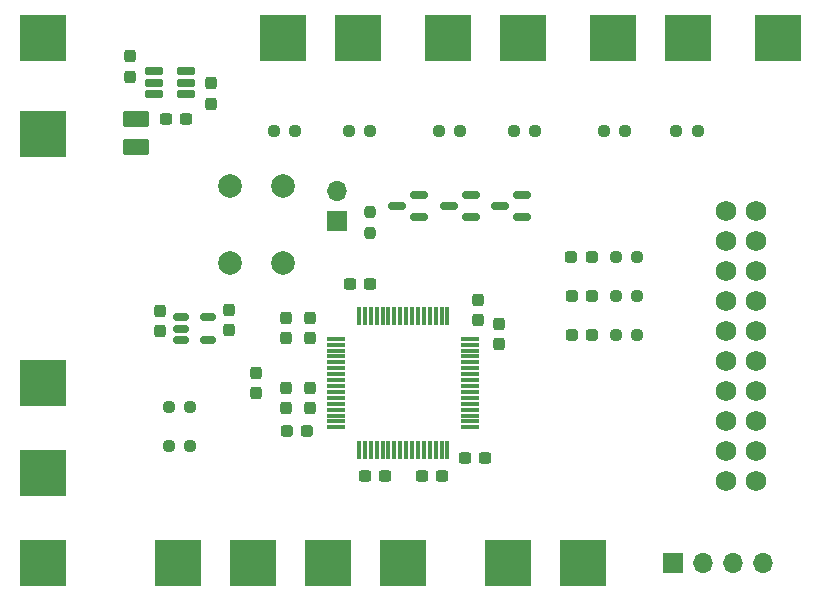
<source format=gts>
G04 #@! TF.GenerationSoftware,KiCad,Pcbnew,9.0.0*
G04 #@! TF.CreationDate,2025-07-06T16:44:13-05:00*
G04 #@! TF.ProjectId,silver-platter,73696c76-6572-42d7-906c-61747465722e,rev?*
G04 #@! TF.SameCoordinates,Original*
G04 #@! TF.FileFunction,Soldermask,Top*
G04 #@! TF.FilePolarity,Negative*
%FSLAX46Y46*%
G04 Gerber Fmt 4.6, Leading zero omitted, Abs format (unit mm)*
G04 Created by KiCad (PCBNEW 9.0.0) date 2025-07-06 16:44:13*
%MOMM*%
%LPD*%
G01*
G04 APERTURE LIST*
G04 Aperture macros list*
%AMRoundRect*
0 Rectangle with rounded corners*
0 $1 Rounding radius*
0 $2 $3 $4 $5 $6 $7 $8 $9 X,Y pos of 4 corners*
0 Add a 4 corners polygon primitive as box body*
4,1,4,$2,$3,$4,$5,$6,$7,$8,$9,$2,$3,0*
0 Add four circle primitives for the rounded corners*
1,1,$1+$1,$2,$3*
1,1,$1+$1,$4,$5*
1,1,$1+$1,$6,$7*
1,1,$1+$1,$8,$9*
0 Add four rect primitives between the rounded corners*
20,1,$1+$1,$2,$3,$4,$5,0*
20,1,$1+$1,$4,$5,$6,$7,0*
20,1,$1+$1,$6,$7,$8,$9,0*
20,1,$1+$1,$8,$9,$2,$3,0*%
G04 Aperture macros list end*
%ADD10RoundRect,0.237500X0.237500X-0.300000X0.237500X0.300000X-0.237500X0.300000X-0.237500X-0.300000X0*%
%ADD11RoundRect,0.237500X0.250000X0.237500X-0.250000X0.237500X-0.250000X-0.237500X0.250000X-0.237500X0*%
%ADD12R,4.000000X4.000000*%
%ADD13RoundRect,0.237500X-0.237500X0.300000X-0.237500X-0.300000X0.237500X-0.300000X0.237500X0.300000X0*%
%ADD14RoundRect,0.150000X-0.512500X-0.150000X0.512500X-0.150000X0.512500X0.150000X-0.512500X0.150000X0*%
%ADD15RoundRect,0.237500X0.237500X-0.250000X0.237500X0.250000X-0.237500X0.250000X-0.237500X-0.250000X0*%
%ADD16RoundRect,0.237500X-0.250000X-0.237500X0.250000X-0.237500X0.250000X0.237500X-0.250000X0.237500X0*%
%ADD17RoundRect,0.237500X-0.300000X-0.237500X0.300000X-0.237500X0.300000X0.237500X-0.300000X0.237500X0*%
%ADD18RoundRect,0.237500X0.300000X0.237500X-0.300000X0.237500X-0.300000X-0.237500X0.300000X-0.237500X0*%
%ADD19C,2.000000*%
%ADD20RoundRect,0.250001X-0.849999X0.462499X-0.849999X-0.462499X0.849999X-0.462499X0.849999X0.462499X0*%
%ADD21RoundRect,0.237500X0.287500X0.237500X-0.287500X0.237500X-0.287500X-0.237500X0.287500X-0.237500X0*%
%ADD22C,1.750000*%
%ADD23RoundRect,0.162500X0.617500X0.162500X-0.617500X0.162500X-0.617500X-0.162500X0.617500X-0.162500X0*%
%ADD24R,1.700000X1.700000*%
%ADD25O,1.700000X1.700000*%
%ADD26RoundRect,0.150000X0.587500X0.150000X-0.587500X0.150000X-0.587500X-0.150000X0.587500X-0.150000X0*%
%ADD27RoundRect,0.075000X-0.700000X-0.075000X0.700000X-0.075000X0.700000X0.075000X-0.700000X0.075000X0*%
%ADD28RoundRect,0.075000X-0.075000X-0.700000X0.075000X-0.700000X0.075000X0.700000X-0.075000X0.700000X0*%
%ADD29RoundRect,0.237500X-0.287500X-0.237500X0.287500X-0.237500X0.287500X0.237500X-0.287500X0.237500X0*%
G04 APERTURE END LIST*
D10*
X144526000Y-108812500D03*
X144526000Y-107087500D03*
D11*
X172212000Y-102616000D03*
X170387000Y-102616000D03*
D12*
X162560000Y-77470000D03*
D10*
X136117500Y-83031500D03*
X136117500Y-81306500D03*
D12*
X121920000Y-77470000D03*
X156210000Y-77470000D03*
X184150000Y-77470000D03*
D13*
X131826000Y-100536500D03*
X131826000Y-102261500D03*
D12*
X146050000Y-121920000D03*
X142240000Y-77470000D03*
X121920000Y-114300000D03*
D14*
X133615000Y-101123500D03*
X133615000Y-102073500D03*
X133615000Y-103023500D03*
X135890000Y-103023500D03*
X135890000Y-101123500D03*
D12*
X148590000Y-77470000D03*
X121920000Y-106680000D03*
D15*
X149606000Y-93980000D03*
X149606000Y-92155000D03*
D16*
X141431000Y-85344000D03*
X143256000Y-85344000D03*
D10*
X142494000Y-108812500D03*
X142494000Y-107087500D03*
D17*
X157633500Y-113030000D03*
X159358500Y-113030000D03*
D12*
X139700000Y-121920000D03*
D18*
X149606000Y-98298000D03*
X147881000Y-98298000D03*
D19*
X137740000Y-96520000D03*
X137740000Y-90020000D03*
X142240000Y-96520000D03*
X142240000Y-90020000D03*
D16*
X175514000Y-85344000D03*
X177339000Y-85344000D03*
D20*
X129767500Y-84354500D03*
X129767500Y-86679500D03*
D12*
X176530000Y-77470000D03*
D11*
X172212000Y-99314000D03*
X170387000Y-99314000D03*
D16*
X132541000Y-112014000D03*
X134366000Y-112014000D03*
D21*
X168402000Y-102616000D03*
X166652000Y-102616000D03*
X168374000Y-96012000D03*
X166624000Y-96012000D03*
D22*
X179705000Y-92075000D03*
X182245000Y-92075000D03*
X179705000Y-94615000D03*
X182245000Y-94615000D03*
X179705000Y-97155000D03*
X182245000Y-97155000D03*
X179705000Y-99695000D03*
X182245000Y-99695000D03*
X179705000Y-102235000D03*
X182245000Y-102235000D03*
X179705000Y-104775000D03*
X182245000Y-104775000D03*
X179705000Y-107315000D03*
X182245000Y-107315000D03*
X179705000Y-109855000D03*
X182245000Y-109855000D03*
X179705000Y-112395000D03*
X182245000Y-112395000D03*
X179705000Y-114935000D03*
X182245000Y-114935000D03*
D12*
X121920000Y-121920000D03*
D23*
X133991500Y-82190500D03*
X133991500Y-81240500D03*
X133991500Y-80290500D03*
X131291500Y-80290500D03*
X131291500Y-81240500D03*
X131291500Y-82190500D03*
D11*
X172212000Y-96012000D03*
X170387000Y-96012000D03*
D12*
X133350000Y-121920000D03*
D24*
X175260000Y-121920000D03*
D25*
X177800000Y-121920000D03*
X180340000Y-121920000D03*
X182880000Y-121920000D03*
D12*
X121920000Y-85598000D03*
X152400000Y-121920000D03*
D10*
X160528000Y-103378000D03*
X160528000Y-101653000D03*
D18*
X134032500Y-84354500D03*
X132307500Y-84354500D03*
D13*
X137668000Y-100483500D03*
X137668000Y-102208500D03*
D26*
X162500000Y-92644000D03*
X162500000Y-90744000D03*
X160625000Y-91694000D03*
D18*
X150876000Y-114554000D03*
X149151000Y-114554000D03*
D13*
X139954000Y-105817500D03*
X139954000Y-107542500D03*
D16*
X161751000Y-85344000D03*
X163576000Y-85344000D03*
D26*
X153767000Y-92644000D03*
X153767000Y-90744000D03*
X151892000Y-91694000D03*
D18*
X155702000Y-114554000D03*
X153977000Y-114554000D03*
D12*
X170180000Y-77470000D03*
D10*
X144526000Y-102870000D03*
X144526000Y-101145000D03*
D12*
X167640000Y-121920000D03*
X161290000Y-121920000D03*
D11*
X134366000Y-108712000D03*
X132541000Y-108712000D03*
D10*
X129259500Y-80745500D03*
X129259500Y-79020500D03*
D21*
X168402000Y-99314000D03*
X166652000Y-99314000D03*
D16*
X155401000Y-85344000D03*
X157226000Y-85344000D03*
D27*
X146725000Y-102930000D03*
X146725000Y-103430000D03*
X146725000Y-103930000D03*
X146725000Y-104430000D03*
X146725000Y-104930000D03*
X146725000Y-105430000D03*
X146725000Y-105930000D03*
X146725000Y-106430000D03*
X146725000Y-106930000D03*
X146725000Y-107430000D03*
X146725000Y-107930000D03*
X146725000Y-108430000D03*
X146725000Y-108930000D03*
X146725000Y-109430000D03*
X146725000Y-109930000D03*
X146725000Y-110430000D03*
D28*
X148650000Y-112355000D03*
X149150000Y-112355000D03*
X149650000Y-112355000D03*
X150150000Y-112355000D03*
X150650000Y-112355000D03*
X151150000Y-112355000D03*
X151650000Y-112355000D03*
X152150000Y-112355000D03*
X152650000Y-112355000D03*
X153150000Y-112355000D03*
X153650000Y-112355000D03*
X154150000Y-112355000D03*
X154650000Y-112355000D03*
X155150000Y-112355000D03*
X155650000Y-112355000D03*
X156150000Y-112355000D03*
D27*
X158075000Y-110430000D03*
X158075000Y-109930000D03*
X158075000Y-109430000D03*
X158075000Y-108930000D03*
X158075000Y-108430000D03*
X158075000Y-107930000D03*
X158075000Y-107430000D03*
X158075000Y-106930000D03*
X158075000Y-106430000D03*
X158075000Y-105930000D03*
X158075000Y-105430000D03*
X158075000Y-104930000D03*
X158075000Y-104430000D03*
X158075000Y-103930000D03*
X158075000Y-103430000D03*
X158075000Y-102930000D03*
D28*
X156150000Y-101005000D03*
X155650000Y-101005000D03*
X155150000Y-101005000D03*
X154650000Y-101005000D03*
X154150000Y-101005000D03*
X153650000Y-101005000D03*
X153150000Y-101005000D03*
X152650000Y-101005000D03*
X152150000Y-101005000D03*
X151650000Y-101005000D03*
X151150000Y-101005000D03*
X150650000Y-101005000D03*
X150150000Y-101005000D03*
X149650000Y-101005000D03*
X149150000Y-101005000D03*
X148650000Y-101005000D03*
D26*
X158182000Y-92644000D03*
X158182000Y-90744000D03*
X156307000Y-91694000D03*
D10*
X158750000Y-101346000D03*
X158750000Y-99621000D03*
D29*
X142522000Y-110744000D03*
X144272000Y-110744000D03*
D24*
X146812000Y-92964000D03*
D25*
X146812000Y-90424000D03*
D16*
X169371000Y-85344000D03*
X171196000Y-85344000D03*
X147781000Y-85344000D03*
X149606000Y-85344000D03*
D10*
X142494000Y-102870000D03*
X142494000Y-101145000D03*
M02*

</source>
